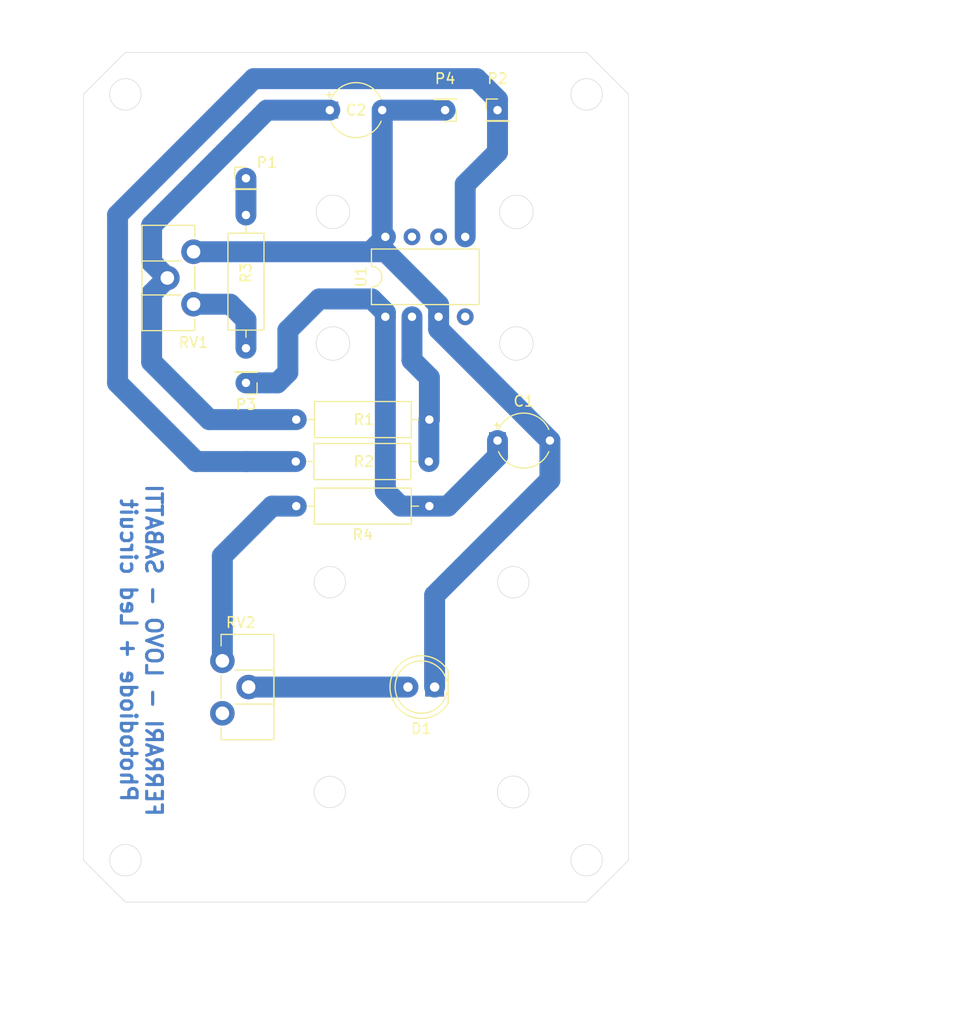
<source format=kicad_pcb>
(kicad_pcb (version 20171130) (host pcbnew "(5.1.7)-1")

  (general
    (thickness 1.6)
    (drawings 68)
    (tracks 58)
    (zones 0)
    (modules 14)
    (nets 12)
  )

  (page A4)
  (title_block
    (title "Led PCB")
    (date 2020-10-25)
    (rev 0)
    (company "Marco Ferrari")
  )

  (layers
    (0 F.Cu signal)
    (31 B.Cu signal)
    (32 B.Adhes user)
    (33 F.Adhes user)
    (34 B.Paste user)
    (35 F.Paste user)
    (36 B.SilkS user)
    (37 F.SilkS user)
    (38 B.Mask user)
    (39 F.Mask user)
    (40 Dwgs.User user)
    (41 Cmts.User user)
    (42 Eco1.User user)
    (43 Eco2.User user)
    (44 Edge.Cuts user)
    (45 Margin user)
    (46 B.CrtYd user)
    (47 F.CrtYd user)
    (48 B.Fab user)
    (49 F.Fab user)
  )

  (setup
    (last_trace_width 0.25)
    (user_trace_width 2)
    (user_trace_width 2)
    (trace_clearance 0.2)
    (zone_clearance 0.508)
    (zone_45_only no)
    (trace_min 0.2)
    (via_size 0.8)
    (via_drill 0.4)
    (via_min_size 0.4)
    (via_min_drill 0.3)
    (user_via 2 1)
    (user_via 2 1.2)
    (uvia_size 0.3)
    (uvia_drill 0.1)
    (uvias_allowed no)
    (uvia_min_size 0.2)
    (uvia_min_drill 0.1)
    (edge_width 0.05)
    (segment_width 0.2)
    (pcb_text_width 0.3)
    (pcb_text_size 1.5 1.5)
    (mod_edge_width 0.12)
    (mod_text_size 1 1)
    (mod_text_width 0.15)
    (pad_size 1.524 1.524)
    (pad_drill 0.762)
    (pad_to_mask_clearance 0)
    (aux_axis_origin 0 0)
    (visible_elements 7FFFFFFF)
    (pcbplotparams
      (layerselection 0x01000_fffffffe)
      (usegerberextensions false)
      (usegerberattributes false)
      (usegerberadvancedattributes false)
      (creategerberjobfile false)
      (excludeedgelayer true)
      (linewidth 0.100000)
      (plotframeref false)
      (viasonmask false)
      (mode 1)
      (useauxorigin false)
      (hpglpennumber 1)
      (hpglpenspeed 20)
      (hpglpendiameter 15.000000)
      (psnegative false)
      (psa4output false)
      (plotreference false)
      (plotvalue false)
      (plotinvisibletext false)
      (padsonsilk false)
      (subtractmaskfromsilk false)
      (outputformat 1)
      (mirror false)
      (drillshape 0)
      (scaleselection 1)
      (outputdirectory "../../../../../../Desktop/Gerbers/"))
  )

  (net 0 "")
  (net 1 "Net-(C1-Pad1)")
  (net 2 "Net-(C1-Pad2)")
  (net 3 "Net-(C2-Pad1)")
  (net 4 "Net-(D1-Pad2)")
  (net 5 "Net-(P1-Pad1)")
  (net 6 "Net-(P2-Pad1)")
  (net 7 "Net-(R1-Pad1)")
  (net 8 "Net-(R3-Pad2)")
  (net 9 "Net-(R4-Pad2)")
  (net 10 "Net-(RV2-Pad3)")
  (net 11 "Net-(U1-Pad4)")

  (net_class Default "This is the default net class."
    (clearance 0.2)
    (trace_width 0.25)
    (via_dia 0.8)
    (via_drill 0.4)
    (uvia_dia 0.3)
    (uvia_drill 0.1)
    (add_net "Net-(C1-Pad1)")
    (add_net "Net-(C1-Pad2)")
    (add_net "Net-(C2-Pad1)")
    (add_net "Net-(D1-Pad2)")
    (add_net "Net-(P1-Pad1)")
    (add_net "Net-(P2-Pad1)")
    (add_net "Net-(R1-Pad1)")
    (add_net "Net-(R3-Pad2)")
    (add_net "Net-(R4-Pad2)")
    (add_net "Net-(RV2-Pad3)")
    (add_net "Net-(U1-Pad4)")
  )

  (module Resistor_THT:R_Axial_DIN0309_L9.0mm_D3.2mm_P12.70mm_Horizontal (layer F.Cu) (tedit 5AE5139B) (tstamp 5F95F34D)
    (at 115 111.25 180)
    (descr "Resistor, Axial_DIN0309 series, Axial, Horizontal, pin pitch=12.7mm, 0.5W = 1/2W, length*diameter=9*3.2mm^2, http://cdn-reichelt.de/documents/datenblatt/B400/1_4W%23YAG.pdf")
    (tags "Resistor Axial_DIN0309 series Axial Horizontal pin pitch 12.7mm 0.5W = 1/2W length 9mm diameter 3.2mm")
    (path /5F95BC37)
    (fp_text reference R4 (at 6.35 -2.72) (layer F.SilkS)
      (effects (font (size 1 1) (thickness 0.15)))
    )
    (fp_text value R (at 6.35 2.72) (layer F.Fab)
      (effects (font (size 1 1) (thickness 0.15)))
    )
    (fp_line (start 13.75 -1.85) (end -1.05 -1.85) (layer F.CrtYd) (width 0.05))
    (fp_line (start 13.75 1.85) (end 13.75 -1.85) (layer F.CrtYd) (width 0.05))
    (fp_line (start -1.05 1.85) (end 13.75 1.85) (layer F.CrtYd) (width 0.05))
    (fp_line (start -1.05 -1.85) (end -1.05 1.85) (layer F.CrtYd) (width 0.05))
    (fp_line (start 11.66 0) (end 10.97 0) (layer F.SilkS) (width 0.12))
    (fp_line (start 1.04 0) (end 1.73 0) (layer F.SilkS) (width 0.12))
    (fp_line (start 10.97 -1.72) (end 1.73 -1.72) (layer F.SilkS) (width 0.12))
    (fp_line (start 10.97 1.72) (end 10.97 -1.72) (layer F.SilkS) (width 0.12))
    (fp_line (start 1.73 1.72) (end 10.97 1.72) (layer F.SilkS) (width 0.12))
    (fp_line (start 1.73 -1.72) (end 1.73 1.72) (layer F.SilkS) (width 0.12))
    (fp_line (start 12.7 0) (end 10.85 0) (layer F.Fab) (width 0.1))
    (fp_line (start 0 0) (end 1.85 0) (layer F.Fab) (width 0.1))
    (fp_line (start 10.85 -1.6) (end 1.85 -1.6) (layer F.Fab) (width 0.1))
    (fp_line (start 10.85 1.6) (end 10.85 -1.6) (layer F.Fab) (width 0.1))
    (fp_line (start 1.85 1.6) (end 10.85 1.6) (layer F.Fab) (width 0.1))
    (fp_line (start 1.85 -1.6) (end 1.85 1.6) (layer F.Fab) (width 0.1))
    (fp_text user %R (at 6.35 0) (layer F.Fab)
      (effects (font (size 1 1) (thickness 0.15)))
    )
    (pad 1 thru_hole circle (at 0 0 180) (size 1.6 1.6) (drill 0.8) (layers *.Cu *.Mask)
      (net 1 "Net-(C1-Pad1)"))
    (pad 2 thru_hole oval (at 12.7 0 180) (size 1.6 1.6) (drill 0.8) (layers *.Cu *.Mask)
      (net 9 "Net-(R4-Pad2)"))
    (model ${KISYS3DMOD}/Resistor_THT.3dshapes/R_Axial_DIN0309_L9.0mm_D3.2mm_P12.70mm_Horizontal.wrl
      (at (xyz 0 0 0))
      (scale (xyz 1 1 1))
      (rotate (xyz 0 0 0))
    )
  )

  (module LED_THT:LED_D5.0mm (layer F.Cu) (tedit 5995936A) (tstamp 5F95A364)
    (at 115.5 128.5 180)
    (descr "LED, diameter 5.0mm, 2 pins, http://cdn-reichelt.de/documents/datenblatt/A500/LL-504BC2E-009.pdf")
    (tags "LED diameter 5.0mm 2 pins")
    (path /5F958B4C)
    (fp_text reference D1 (at 1.27 -3.96) (layer F.SilkS)
      (effects (font (size 1 1) (thickness 0.15)))
    )
    (fp_text value LED (at 1.27 3.96) (layer F.Fab)
      (effects (font (size 1 1) (thickness 0.15)))
    )
    (fp_line (start 4.5 -3.25) (end -1.95 -3.25) (layer F.CrtYd) (width 0.05))
    (fp_line (start 4.5 3.25) (end 4.5 -3.25) (layer F.CrtYd) (width 0.05))
    (fp_line (start -1.95 3.25) (end 4.5 3.25) (layer F.CrtYd) (width 0.05))
    (fp_line (start -1.95 -3.25) (end -1.95 3.25) (layer F.CrtYd) (width 0.05))
    (fp_line (start -1.29 -1.545) (end -1.29 1.545) (layer F.SilkS) (width 0.12))
    (fp_line (start -1.23 -1.469694) (end -1.23 1.469694) (layer F.Fab) (width 0.1))
    (fp_circle (center 1.27 0) (end 3.77 0) (layer F.SilkS) (width 0.12))
    (fp_circle (center 1.27 0) (end 3.77 0) (layer F.Fab) (width 0.1))
    (fp_arc (start 1.27 0) (end -1.23 -1.469694) (angle 299.1) (layer F.Fab) (width 0.1))
    (fp_arc (start 1.27 0) (end -1.29 -1.54483) (angle 148.9) (layer F.SilkS) (width 0.12))
    (fp_arc (start 1.27 0) (end -1.29 1.54483) (angle -148.9) (layer F.SilkS) (width 0.12))
    (fp_text user %R (at 1.25 0) (layer F.Fab)
      (effects (font (size 0.8 0.8) (thickness 0.2)))
    )
    (pad 1 thru_hole rect (at 0 0 180) (size 1.8 1.8) (drill 0.9) (layers *.Cu *.Mask)
      (net 2 "Net-(C1-Pad2)"))
    (pad 2 thru_hole circle (at 2.54 0 180) (size 1.8 1.8) (drill 0.9) (layers *.Cu *.Mask)
      (net 4 "Net-(D1-Pad2)"))
    (model ${KISYS3DMOD}/LED_THT.3dshapes/LED_D5.0mm.wrl
      (at (xyz 0 0 0))
      (scale (xyz 1 1 1))
      (rotate (xyz 0 0 0))
    )
  )

  (module Potentiometer_THT:Potentiometer_ACP_CA9-H2,5_Horizontal (layer F.Cu) (tedit 5A3D4994) (tstamp 5F95A2E6)
    (at 95.25 126)
    (descr "Potentiometer, horizontal, ACP CA9-H2,5, http://www.acptechnologies.com/wp-content/uploads/2017/05/02-ACP-CA9-CE9.pdf")
    (tags "Potentiometer horizontal ACP CA9-H2,5")
    (path /5F95B246)
    (fp_text reference RV2 (at 1.75 -3.65) (layer F.SilkS)
      (effects (font (size 1 1) (thickness 0.15)))
    )
    (fp_text value POT (at 0 8.65) (layer F.Fab)
      (effects (font (size 1 1) (thickness 0.15)))
    )
    (fp_line (start 5.05 -2.7) (end -1.45 -2.7) (layer F.CrtYd) (width 0.05))
    (fp_line (start 5.05 7.65) (end 5.05 -2.7) (layer F.CrtYd) (width 0.05))
    (fp_line (start -1.45 7.65) (end 5.05 7.65) (layer F.CrtYd) (width 0.05))
    (fp_line (start -1.45 -2.7) (end -1.45 7.65) (layer F.CrtYd) (width 0.05))
    (fp_line (start 4.92 0.88) (end 4.92 4.12) (layer F.SilkS) (width 0.12))
    (fp_line (start -0.121 1.426) (end -0.121 3.575) (layer F.SilkS) (width 0.12))
    (fp_line (start 1.237 4.12) (end 4.92 4.12) (layer F.SilkS) (width 0.12))
    (fp_line (start 1.237 0.88) (end 4.92 0.88) (layer F.SilkS) (width 0.12))
    (fp_line (start -0.121 1.426) (end -0.121 3.575) (layer F.SilkS) (width 0.12))
    (fp_line (start -0.121 -2.521) (end -0.121 -1.426) (layer F.SilkS) (width 0.12))
    (fp_line (start -0.121 6.425) (end -0.121 7.52) (layer F.SilkS) (width 0.12))
    (fp_line (start 4.92 -2.521) (end 4.92 7.52) (layer F.SilkS) (width 0.12))
    (fp_line (start -0.121 7.52) (end 4.92 7.52) (layer F.SilkS) (width 0.12))
    (fp_line (start -0.121 -2.521) (end 4.92 -2.521) (layer F.SilkS) (width 0.12))
    (fp_line (start 4.8 1) (end 0 1) (layer F.Fab) (width 0.1))
    (fp_line (start 4.8 4) (end 4.8 1) (layer F.Fab) (width 0.1))
    (fp_line (start 0 4) (end 4.8 4) (layer F.Fab) (width 0.1))
    (fp_line (start 0 1) (end 0 4) (layer F.Fab) (width 0.1))
    (fp_line (start 0 -2.4) (end 4.8 -2.4) (layer F.Fab) (width 0.1))
    (fp_line (start 0 7.4) (end 0 -2.4) (layer F.Fab) (width 0.1))
    (fp_line (start 4.8 7.4) (end 0 7.4) (layer F.Fab) (width 0.1))
    (fp_line (start 4.8 -2.4) (end 4.8 7.4) (layer F.Fab) (width 0.1))
    (fp_text user %R (at 2.4 2.5) (layer F.Fab)
      (effects (font (size 1 1) (thickness 0.15)))
    )
    (pad 3 thru_hole circle (at 0 5) (size 2.34 2.34) (drill 1.3) (layers *.Cu *.Mask)
      (net 10 "Net-(RV2-Pad3)"))
    (pad 2 thru_hole circle (at 2.5 2.5) (size 2.34 2.34) (drill 1.3) (layers *.Cu *.Mask)
      (net 4 "Net-(D1-Pad2)"))
    (pad 1 thru_hole circle (at 0 0) (size 2.34 2.34) (drill 1.3) (layers *.Cu *.Mask)
      (net 9 "Net-(R4-Pad2)"))
    (model ${KISYS3DMOD}/Potentiometer_THT.3dshapes/Potentiometer_ACP_CA9-H2,5_Horizontal.wrl
      (at (xyz 0 0 0))
      (scale (xyz 1 1 1))
      (rotate (xyz 0 0 0))
    )
  )

  (module Capacitor_THT:CP_Radial_Tantal_D5.0mm_P5.00mm (layer F.Cu) (tedit 5AE50EF0) (tstamp 5F95A3DD)
    (at 121.5 105)
    (descr "CP, Radial_Tantal series, Radial, pin pitch=5.00mm, , diameter=5.0mm, Tantal Electrolytic Capacitor, http://cdn-reichelt.de/documents/datenblatt/B300/TANTAL-TB-Serie%23.pdf")
    (tags "CP Radial_Tantal series Radial pin pitch 5.00mm  diameter 5.0mm Tantal Electrolytic Capacitor")
    (path /5F90F8DA)
    (fp_text reference C1 (at 2.5 -3.75) (layer F.SilkS)
      (effects (font (size 1 1) (thickness 0.15)))
    )
    (fp_text value C (at 2.5 3.75) (layer F.Fab)
      (effects (font (size 1 1) (thickness 0.15)))
    )
    (fp_circle (center 2.5 0) (end 5 0) (layer F.Fab) (width 0.1))
    (fp_circle (center 2.5 0) (end 6.22 0) (layer F.CrtYd) (width 0.05))
    (fp_line (start 0.366395 -1.0875) (end 0.866395 -1.0875) (layer F.Fab) (width 0.1))
    (fp_line (start 0.616395 -1.3375) (end 0.616395 -0.8375) (layer F.Fab) (width 0.1))
    (fp_line (start -0.304775 -1.475) (end 0.195225 -1.475) (layer F.SilkS) (width 0.12))
    (fp_line (start -0.054775 -1.725) (end -0.054775 -1.225) (layer F.SilkS) (width 0.12))
    (fp_text user %R (at 2.5 0) (layer F.Fab)
      (effects (font (size 1 1) (thickness 0.15)))
    )
    (fp_arc (start 2.5 0) (end 0.104003 1.06) (angle -132.27036) (layer F.SilkS) (width 0.12))
    (fp_arc (start 2.5 0) (end 0.104003 -1.06) (angle 132.27036) (layer F.SilkS) (width 0.12))
    (pad 2 thru_hole circle (at 5 0) (size 1.6 1.6) (drill 0.8) (layers *.Cu *.Mask)
      (net 2 "Net-(C1-Pad2)"))
    (pad 1 thru_hole rect (at 0 0) (size 1.6 1.6) (drill 0.8) (layers *.Cu *.Mask)
      (net 1 "Net-(C1-Pad1)"))
    (model ${KISYS3DMOD}/Capacitor_THT.3dshapes/CP_Radial_Tantal_D5.0mm_P5.00mm.wrl
      (at (xyz 0 0 0))
      (scale (xyz 1 1 1))
      (rotate (xyz 0 0 0))
    )
  )

  (module Capacitor_THT:CP_Radial_Tantal_D5.0mm_P5.00mm (layer F.Cu) (tedit 5AE50EF0) (tstamp 5F92BE0C)
    (at 105.5 73.5)
    (descr "CP, Radial_Tantal series, Radial, pin pitch=5.00mm, , diameter=5.0mm, Tantal Electrolytic Capacitor, http://cdn-reichelt.de/documents/datenblatt/B300/TANTAL-TB-Serie%23.pdf")
    (tags "CP Radial_Tantal series Radial pin pitch 5.00mm  diameter 5.0mm Tantal Electrolytic Capacitor")
    (path /5F90C052)
    (fp_text reference C2 (at 2.5 0) (layer F.SilkS)
      (effects (font (size 1 1) (thickness 0.15)))
    )
    (fp_text value C (at 2.5 3.75) (layer F.Fab)
      (effects (font (size 1 1) (thickness 0.15)))
    )
    (fp_line (start -0.054775 -1.725) (end -0.054775 -1.225) (layer F.SilkS) (width 0.12))
    (fp_line (start -0.304775 -1.475) (end 0.195225 -1.475) (layer F.SilkS) (width 0.12))
    (fp_line (start 0.616395 -1.3375) (end 0.616395 -0.8375) (layer F.Fab) (width 0.1))
    (fp_line (start 0.366395 -1.0875) (end 0.866395 -1.0875) (layer F.Fab) (width 0.1))
    (fp_circle (center 2.5 0) (end 6.22 0) (layer F.CrtYd) (width 0.05))
    (fp_circle (center 2.5 0) (end 5 0) (layer F.Fab) (width 0.1))
    (fp_arc (start 2.5 0) (end 0.104003 -1.06) (angle 132.27036) (layer F.SilkS) (width 0.12))
    (fp_arc (start 2.5 0) (end 0.104003 1.06) (angle -132.27036) (layer F.SilkS) (width 0.12))
    (fp_text user %R (at 2.5 0) (layer F.Fab)
      (effects (font (size 1 1) (thickness 0.15)))
    )
    (pad 1 thru_hole rect (at 0 0) (size 1.6 1.6) (drill 0.8) (layers *.Cu *.Mask)
      (net 3 "Net-(C2-Pad1)"))
    (pad 2 thru_hole circle (at 5 0) (size 1.6 1.6) (drill 0.8) (layers *.Cu *.Mask)
      (net 2 "Net-(C1-Pad2)"))
    (model ${KISYS3DMOD}/Capacitor_THT.3dshapes/CP_Radial_Tantal_D5.0mm_P5.00mm.wrl
      (at (xyz 0 0 0))
      (scale (xyz 1 1 1))
      (rotate (xyz 0 0 0))
    )
  )

  (module Connector_PinHeader_2.00mm:PinHeader_1x01_P2.00mm_Vertical (layer F.Cu) (tedit 59FED667) (tstamp 5F909A98)
    (at 97.5 80)
    (descr "Through hole straight pin header, 1x01, 2.00mm pitch, single row")
    (tags "Through hole pin header THT 1x01 2.00mm single row")
    (path /5F91C6B0)
    (fp_text reference P1 (at 2 -1.5) (layer F.SilkS)
      (effects (font (size 1 1) (thickness 0.15)))
    )
    (fp_text value Input (at 0 2.06) (layer F.Fab)
      (effects (font (size 1 1) (thickness 0.15)))
    )
    (fp_line (start 1.5 -1.5) (end -1.5 -1.5) (layer F.CrtYd) (width 0.05))
    (fp_line (start 1.5 1.5) (end 1.5 -1.5) (layer F.CrtYd) (width 0.05))
    (fp_line (start -1.5 1.5) (end 1.5 1.5) (layer F.CrtYd) (width 0.05))
    (fp_line (start -1.5 -1.5) (end -1.5 1.5) (layer F.CrtYd) (width 0.05))
    (fp_line (start -1.06 -1.06) (end 0 -1.06) (layer F.SilkS) (width 0.12))
    (fp_line (start -1.06 0) (end -1.06 -1.06) (layer F.SilkS) (width 0.12))
    (fp_line (start -1.06 1) (end 1.06 1) (layer F.SilkS) (width 0.12))
    (fp_line (start 1.06 1) (end 1.06 1.06) (layer F.SilkS) (width 0.12))
    (fp_line (start -1.06 1) (end -1.06 1.06) (layer F.SilkS) (width 0.12))
    (fp_line (start -1.06 1.06) (end 1.06 1.06) (layer F.SilkS) (width 0.12))
    (fp_line (start -1 -0.5) (end -0.5 -1) (layer F.Fab) (width 0.1))
    (fp_line (start -1 1) (end -1 -0.5) (layer F.Fab) (width 0.1))
    (fp_line (start 1 1) (end -1 1) (layer F.Fab) (width 0.1))
    (fp_line (start 1 -1) (end 1 1) (layer F.Fab) (width 0.1))
    (fp_line (start -0.5 -1) (end 1 -1) (layer F.Fab) (width 0.1))
    (fp_text user %R (at 0 0 90) (layer F.Fab)
      (effects (font (size 1 1) (thickness 0.15)))
    )
    (pad 1 thru_hole rect (at 0 0) (size 1.35 1.35) (drill 0.8) (layers *.Cu *.Mask)
      (net 5 "Net-(P1-Pad1)"))
    (model ${KISYS3DMOD}/Connector_PinHeader_2.00mm.3dshapes/PinHeader_1x01_P2.00mm_Vertical.wrl
      (at (xyz 0 0 0))
      (scale (xyz 1 1 1))
      (rotate (xyz 0 0 0))
    )
  )

  (module Connector_PinHeader_2.00mm:PinHeader_1x01_P2.00mm_Vertical (layer F.Cu) (tedit 59FED667) (tstamp 5F9098D3)
    (at 121.5 73.5)
    (descr "Through hole straight pin header, 1x01, 2.00mm pitch, single row")
    (tags "Through hole pin header THT 1x01 2.00mm single row")
    (path /5F91B98A)
    (fp_text reference P2 (at 0 -3) (layer F.SilkS)
      (effects (font (size 1 1) (thickness 0.15)))
    )
    (fp_text value Output (at 0 2.06) (layer F.Fab)
      (effects (font (size 1 1) (thickness 0.15)))
    )
    (fp_line (start -0.5 -1) (end 1 -1) (layer F.Fab) (width 0.1))
    (fp_line (start 1 -1) (end 1 1) (layer F.Fab) (width 0.1))
    (fp_line (start 1 1) (end -1 1) (layer F.Fab) (width 0.1))
    (fp_line (start -1 1) (end -1 -0.5) (layer F.Fab) (width 0.1))
    (fp_line (start -1 -0.5) (end -0.5 -1) (layer F.Fab) (width 0.1))
    (fp_line (start -1.06 1.06) (end 1.06 1.06) (layer F.SilkS) (width 0.12))
    (fp_line (start -1.06 1) (end -1.06 1.06) (layer F.SilkS) (width 0.12))
    (fp_line (start 1.06 1) (end 1.06 1.06) (layer F.SilkS) (width 0.12))
    (fp_line (start -1.06 1) (end 1.06 1) (layer F.SilkS) (width 0.12))
    (fp_line (start -1.06 0) (end -1.06 -1.06) (layer F.SilkS) (width 0.12))
    (fp_line (start -1.06 -1.06) (end 0 -1.06) (layer F.SilkS) (width 0.12))
    (fp_line (start -1.5 -1.5) (end -1.5 1.5) (layer F.CrtYd) (width 0.05))
    (fp_line (start -1.5 1.5) (end 1.5 1.5) (layer F.CrtYd) (width 0.05))
    (fp_line (start 1.5 1.5) (end 1.5 -1.5) (layer F.CrtYd) (width 0.05))
    (fp_line (start 1.5 -1.5) (end -1.5 -1.5) (layer F.CrtYd) (width 0.05))
    (fp_text user %R (at 0 0 90) (layer F.Fab)
      (effects (font (size 1 1) (thickness 0.15)))
    )
    (pad 1 thru_hole rect (at 0 0) (size 1.35 1.35) (drill 0.8) (layers *.Cu *.Mask)
      (net 6 "Net-(P2-Pad1)"))
    (model ${KISYS3DMOD}/Connector_PinHeader_2.00mm.3dshapes/PinHeader_1x01_P2.00mm_Vertical.wrl
      (at (xyz 0 0 0))
      (scale (xyz 1 1 1))
      (rotate (xyz 0 0 0))
    )
  )

  (module Resistor_THT:R_Axial_DIN0309_L9.0mm_D3.2mm_P12.70mm_Horizontal (layer F.Cu) (tedit 5AE5139B) (tstamp 5F9097AC)
    (at 115 103 180)
    (descr "Resistor, Axial_DIN0309 series, Axial, Horizontal, pin pitch=12.7mm, 0.5W = 1/2W, length*diameter=9*3.2mm^2, http://cdn-reichelt.de/documents/datenblatt/B400/1_4W%23YAG.pdf")
    (tags "Resistor Axial_DIN0309 series Axial Horizontal pin pitch 12.7mm 0.5W = 1/2W length 9mm diameter 3.2mm")
    (path /5F91841A)
    (fp_text reference R1 (at 6.25 0) (layer F.SilkS)
      (effects (font (size 1 1) (thickness 0.15)))
    )
    (fp_text value R (at 6.35 2.72) (layer F.Fab)
      (effects (font (size 1 1) (thickness 0.15)))
    )
    (fp_line (start 13.75 -1.85) (end -1.05 -1.85) (layer F.CrtYd) (width 0.05))
    (fp_line (start 13.75 1.85) (end 13.75 -1.85) (layer F.CrtYd) (width 0.05))
    (fp_line (start -1.05 1.85) (end 13.75 1.85) (layer F.CrtYd) (width 0.05))
    (fp_line (start -1.05 -1.85) (end -1.05 1.85) (layer F.CrtYd) (width 0.05))
    (fp_line (start 11.66 0) (end 10.97 0) (layer F.SilkS) (width 0.12))
    (fp_line (start 1.04 0) (end 1.73 0) (layer F.SilkS) (width 0.12))
    (fp_line (start 10.97 -1.72) (end 1.73 -1.72) (layer F.SilkS) (width 0.12))
    (fp_line (start 10.97 1.72) (end 10.97 -1.72) (layer F.SilkS) (width 0.12))
    (fp_line (start 1.73 1.72) (end 10.97 1.72) (layer F.SilkS) (width 0.12))
    (fp_line (start 1.73 -1.72) (end 1.73 1.72) (layer F.SilkS) (width 0.12))
    (fp_line (start 12.7 0) (end 10.85 0) (layer F.Fab) (width 0.1))
    (fp_line (start 0 0) (end 1.85 0) (layer F.Fab) (width 0.1))
    (fp_line (start 10.85 -1.6) (end 1.85 -1.6) (layer F.Fab) (width 0.1))
    (fp_line (start 10.85 1.6) (end 10.85 -1.6) (layer F.Fab) (width 0.1))
    (fp_line (start 1.85 1.6) (end 10.85 1.6) (layer F.Fab) (width 0.1))
    (fp_line (start 1.85 -1.6) (end 1.85 1.6) (layer F.Fab) (width 0.1))
    (fp_text user %R (at 6.35 0) (layer F.Fab)
      (effects (font (size 1 1) (thickness 0.15)))
    )
    (pad 1 thru_hole circle (at 0 0 180) (size 1.6 1.6) (drill 0.8) (layers *.Cu *.Mask)
      (net 7 "Net-(R1-Pad1)"))
    (pad 2 thru_hole oval (at 12.7 0 180) (size 1.6 1.6) (drill 0.8) (layers *.Cu *.Mask)
      (net 3 "Net-(C2-Pad1)"))
    (model ${KISYS3DMOD}/Resistor_THT.3dshapes/R_Axial_DIN0309_L9.0mm_D3.2mm_P12.70mm_Horizontal.wrl
      (at (xyz 0 0 0))
      (scale (xyz 1 1 1))
      (rotate (xyz 0 0 0))
    )
  )

  (module Resistor_THT:R_Axial_DIN0309_L9.0mm_D3.2mm_P12.70mm_Horizontal (layer F.Cu) (tedit 5AE5139B) (tstamp 5F92B772)
    (at 97.5 83.5 270)
    (descr "Resistor, Axial_DIN0309 series, Axial, Horizontal, pin pitch=12.7mm, 0.5W = 1/2W, length*diameter=9*3.2mm^2, http://cdn-reichelt.de/documents/datenblatt/B400/1_4W%23YAG.pdf")
    (tags "Resistor Axial_DIN0309 series Axial Horizontal pin pitch 12.7mm 0.5W = 1/2W length 9mm diameter 3.2mm")
    (path /5F919A9F)
    (fp_text reference R3 (at 5.5 0 90) (layer F.SilkS)
      (effects (font (size 1 1) (thickness 0.15)))
    )
    (fp_text value R (at 6.35 2.72 90) (layer F.Fab)
      (effects (font (size 1 1) (thickness 0.15)))
    )
    (fp_line (start 1.85 -1.6) (end 1.85 1.6) (layer F.Fab) (width 0.1))
    (fp_line (start 1.85 1.6) (end 10.85 1.6) (layer F.Fab) (width 0.1))
    (fp_line (start 10.85 1.6) (end 10.85 -1.6) (layer F.Fab) (width 0.1))
    (fp_line (start 10.85 -1.6) (end 1.85 -1.6) (layer F.Fab) (width 0.1))
    (fp_line (start 0 0) (end 1.85 0) (layer F.Fab) (width 0.1))
    (fp_line (start 12.7 0) (end 10.85 0) (layer F.Fab) (width 0.1))
    (fp_line (start 1.73 -1.72) (end 1.73 1.72) (layer F.SilkS) (width 0.12))
    (fp_line (start 1.73 1.72) (end 10.97 1.72) (layer F.SilkS) (width 0.12))
    (fp_line (start 10.97 1.72) (end 10.97 -1.72) (layer F.SilkS) (width 0.12))
    (fp_line (start 10.97 -1.72) (end 1.73 -1.72) (layer F.SilkS) (width 0.12))
    (fp_line (start 1.04 0) (end 1.73 0) (layer F.SilkS) (width 0.12))
    (fp_line (start 11.66 0) (end 10.97 0) (layer F.SilkS) (width 0.12))
    (fp_line (start -1.05 -1.85) (end -1.05 1.85) (layer F.CrtYd) (width 0.05))
    (fp_line (start -1.05 1.85) (end 13.75 1.85) (layer F.CrtYd) (width 0.05))
    (fp_line (start 13.75 1.85) (end 13.75 -1.85) (layer F.CrtYd) (width 0.05))
    (fp_line (start 13.75 -1.85) (end -1.05 -1.85) (layer F.CrtYd) (width 0.05))
    (fp_text user %R (at 6.35 0 90) (layer F.Fab)
      (effects (font (size 1 1) (thickness 0.15)))
    )
    (pad 2 thru_hole oval (at 12.7 0 270) (size 1.6 1.6) (drill 0.8) (layers *.Cu *.Mask)
      (net 8 "Net-(R3-Pad2)"))
    (pad 1 thru_hole circle (at 0 0 270) (size 1.6 1.6) (drill 0.8) (layers *.Cu *.Mask)
      (net 5 "Net-(P1-Pad1)"))
    (model ${KISYS3DMOD}/Resistor_THT.3dshapes/R_Axial_DIN0309_L9.0mm_D3.2mm_P12.70mm_Horizontal.wrl
      (at (xyz 0 0 0))
      (scale (xyz 1 1 1))
      (rotate (xyz 0 0 0))
    )
  )

  (module Potentiometer_THT:Potentiometer_ACP_CA9-H2,5_Horizontal (layer F.Cu) (tedit 5A3D4994) (tstamp 5F9092BC)
    (at 92.5 92 180)
    (descr "Potentiometer, horizontal, ACP CA9-H2,5, http://www.acptechnologies.com/wp-content/uploads/2017/05/02-ACP-CA9-CE9.pdf")
    (tags "Potentiometer horizontal ACP CA9-H2,5")
    (path /5F90E3EA)
    (fp_text reference RV1 (at 0 -3.65) (layer F.SilkS)
      (effects (font (size 1 1) (thickness 0.15)))
    )
    (fp_text value POT (at 0 8.65) (layer F.Fab)
      (effects (font (size 1 1) (thickness 0.15)))
    )
    (fp_line (start 4.8 -2.4) (end 4.8 7.4) (layer F.Fab) (width 0.1))
    (fp_line (start 4.8 7.4) (end 0 7.4) (layer F.Fab) (width 0.1))
    (fp_line (start 0 7.4) (end 0 -2.4) (layer F.Fab) (width 0.1))
    (fp_line (start 0 -2.4) (end 4.8 -2.4) (layer F.Fab) (width 0.1))
    (fp_line (start 0 1) (end 0 4) (layer F.Fab) (width 0.1))
    (fp_line (start 0 4) (end 4.8 4) (layer F.Fab) (width 0.1))
    (fp_line (start 4.8 4) (end 4.8 1) (layer F.Fab) (width 0.1))
    (fp_line (start 4.8 1) (end 0 1) (layer F.Fab) (width 0.1))
    (fp_line (start -0.121 -2.521) (end 4.92 -2.521) (layer F.SilkS) (width 0.12))
    (fp_line (start -0.121 7.52) (end 4.92 7.52) (layer F.SilkS) (width 0.12))
    (fp_line (start 4.92 -2.521) (end 4.92 7.52) (layer F.SilkS) (width 0.12))
    (fp_line (start -0.121 6.425) (end -0.121 7.52) (layer F.SilkS) (width 0.12))
    (fp_line (start -0.121 -2.521) (end -0.121 -1.426) (layer F.SilkS) (width 0.12))
    (fp_line (start -0.121 1.426) (end -0.121 3.575) (layer F.SilkS) (width 0.12))
    (fp_line (start 1.237 0.88) (end 4.92 0.88) (layer F.SilkS) (width 0.12))
    (fp_line (start 1.237 4.12) (end 4.92 4.12) (layer F.SilkS) (width 0.12))
    (fp_line (start -0.121 1.426) (end -0.121 3.575) (layer F.SilkS) (width 0.12))
    (fp_line (start 4.92 0.88) (end 4.92 4.12) (layer F.SilkS) (width 0.12))
    (fp_line (start -1.45 -2.7) (end -1.45 7.65) (layer F.CrtYd) (width 0.05))
    (fp_line (start -1.45 7.65) (end 5.05 7.65) (layer F.CrtYd) (width 0.05))
    (fp_line (start 5.05 7.65) (end 5.05 -2.7) (layer F.CrtYd) (width 0.05))
    (fp_line (start 5.05 -2.7) (end -1.45 -2.7) (layer F.CrtYd) (width 0.05))
    (fp_text user %R (at 2.4 2.5) (layer F.Fab)
      (effects (font (size 1 1) (thickness 0.15)))
    )
    (pad 1 thru_hole circle (at 0 0 180) (size 2.34 2.34) (drill 1.3) (layers *.Cu *.Mask)
      (net 8 "Net-(R3-Pad2)"))
    (pad 2 thru_hole circle (at 2.5 2.5 180) (size 2.34 2.34) (drill 1.3) (layers *.Cu *.Mask)
      (net 3 "Net-(C2-Pad1)"))
    (pad 3 thru_hole circle (at 0 5 180) (size 2.34 2.34) (drill 1.3) (layers *.Cu *.Mask)
      (net 2 "Net-(C1-Pad2)"))
    (model ${KISYS3DMOD}/Potentiometer_THT.3dshapes/Potentiometer_ACP_CA9-H2,5_Horizontal.wrl
      (at (xyz 0 0 0))
      (scale (xyz 1 1 1))
      (rotate (xyz 0 0 0))
    )
  )

  (module Package_DIP:DIP-8_W7.62mm (layer F.Cu) (tedit 5A02E8C5) (tstamp 5F92B18F)
    (at 110.8 93.2 90)
    (descr "8-lead though-hole mounted DIP package, row spacing 7.62 mm (300 mils)")
    (tags "THT DIP DIL PDIP 2.54mm 7.62mm 300mil")
    (path /5F904786)
    (fp_text reference U1 (at 3.81 -2.33 90) (layer F.SilkS)
      (effects (font (size 1 1) (thickness 0.15)))
    )
    (fp_text value OPT101 (at 3.81 9.95 90) (layer F.Fab)
      (effects (font (size 1 1) (thickness 0.15)))
    )
    (fp_line (start 8.7 -1.55) (end -1.1 -1.55) (layer F.CrtYd) (width 0.05))
    (fp_line (start 8.7 9.15) (end 8.7 -1.55) (layer F.CrtYd) (width 0.05))
    (fp_line (start -1.1 9.15) (end 8.7 9.15) (layer F.CrtYd) (width 0.05))
    (fp_line (start -1.1 -1.55) (end -1.1 9.15) (layer F.CrtYd) (width 0.05))
    (fp_line (start 6.46 -1.33) (end 4.81 -1.33) (layer F.SilkS) (width 0.12))
    (fp_line (start 6.46 8.95) (end 6.46 -1.33) (layer F.SilkS) (width 0.12))
    (fp_line (start 1.16 8.95) (end 6.46 8.95) (layer F.SilkS) (width 0.12))
    (fp_line (start 1.16 -1.33) (end 1.16 8.95) (layer F.SilkS) (width 0.12))
    (fp_line (start 2.81 -1.33) (end 1.16 -1.33) (layer F.SilkS) (width 0.12))
    (fp_line (start 0.635 -0.27) (end 1.635 -1.27) (layer F.Fab) (width 0.1))
    (fp_line (start 0.635 8.89) (end 0.635 -0.27) (layer F.Fab) (width 0.1))
    (fp_line (start 6.985 8.89) (end 0.635 8.89) (layer F.Fab) (width 0.1))
    (fp_line (start 6.985 -1.27) (end 6.985 8.89) (layer F.Fab) (width 0.1))
    (fp_line (start 1.635 -1.27) (end 6.985 -1.27) (layer F.Fab) (width 0.1))
    (fp_text user %R (at 3.81 3.81 90) (layer F.Fab)
      (effects (font (size 1 1) (thickness 0.15)))
    )
    (fp_arc (start 3.81 -1.33) (end 2.81 -1.33) (angle -180) (layer F.SilkS) (width 0.12))
    (pad 8 thru_hole oval (at 7.62 0 90) (size 1.6 1.6) (drill 0.8) (layers *.Cu *.Mask)
      (net 2 "Net-(C1-Pad2)"))
    (pad 4 thru_hole oval (at 0 7.62 90) (size 1.6 1.6) (drill 0.8) (layers *.Cu *.Mask)
      (net 11 "Net-(U1-Pad4)"))
    (pad 7 thru_hole oval (at 7.62 2.54 90) (size 1.6 1.6) (drill 0.8) (layers *.Cu *.Mask))
    (pad 3 thru_hole oval (at 0 5.08 90) (size 1.6 1.6) (drill 0.8) (layers *.Cu *.Mask)
      (net 2 "Net-(C1-Pad2)"))
    (pad 6 thru_hole oval (at 7.62 5.08 90) (size 1.6 1.6) (drill 0.8) (layers *.Cu *.Mask))
    (pad 2 thru_hole oval (at 0 2.54 90) (size 1.6 1.6) (drill 0.8) (layers *.Cu *.Mask)
      (net 7 "Net-(R1-Pad1)"))
    (pad 5 thru_hole oval (at 7.62 7.62 90) (size 1.6 1.6) (drill 0.8) (layers *.Cu *.Mask)
      (net 6 "Net-(P2-Pad1)"))
    (pad 1 thru_hole rect (at 0 0 90) (size 1.6 1.6) (drill 0.8) (layers *.Cu *.Mask)
      (net 1 "Net-(C1-Pad1)"))
    (model ${KISYS3DMOD}/Package_DIP.3dshapes/DIP-8_W7.62mm.wrl
      (at (xyz 0 0 0))
      (scale (xyz 1 1 1))
      (rotate (xyz 0 0 0))
    )
  )

  (module Resistor_THT:R_Axial_DIN0309_L9.0mm_D3.2mm_P12.70mm_Horizontal (layer F.Cu) (tedit 5AE5139B) (tstamp 5F92B5DF)
    (at 102.25 107)
    (descr "Resistor, Axial_DIN0309 series, Axial, Horizontal, pin pitch=12.7mm, 0.5W = 1/2W, length*diameter=9*3.2mm^2, http://cdn-reichelt.de/documents/datenblatt/B400/1_4W%23YAG.pdf")
    (tags "Resistor Axial_DIN0309 series Axial Horizontal pin pitch 12.7mm 0.5W = 1/2W length 9mm diameter 3.2mm")
    (path /5F9307B4)
    (fp_text reference R2 (at 6.5 0) (layer F.SilkS)
      (effects (font (size 1 1) (thickness 0.15)))
    )
    (fp_text value 50M (at 6.35 2.72) (layer F.Fab)
      (effects (font (size 1 1) (thickness 0.15)))
    )
    (fp_line (start 13.75 -1.85) (end -1.05 -1.85) (layer F.CrtYd) (width 0.05))
    (fp_line (start 13.75 1.85) (end 13.75 -1.85) (layer F.CrtYd) (width 0.05))
    (fp_line (start -1.05 1.85) (end 13.75 1.85) (layer F.CrtYd) (width 0.05))
    (fp_line (start -1.05 -1.85) (end -1.05 1.85) (layer F.CrtYd) (width 0.05))
    (fp_line (start 11.66 0) (end 10.97 0) (layer F.SilkS) (width 0.12))
    (fp_line (start 1.04 0) (end 1.73 0) (layer F.SilkS) (width 0.12))
    (fp_line (start 10.97 -1.72) (end 1.73 -1.72) (layer F.SilkS) (width 0.12))
    (fp_line (start 10.97 1.72) (end 10.97 -1.72) (layer F.SilkS) (width 0.12))
    (fp_line (start 1.73 1.72) (end 10.97 1.72) (layer F.SilkS) (width 0.12))
    (fp_line (start 1.73 -1.72) (end 1.73 1.72) (layer F.SilkS) (width 0.12))
    (fp_line (start 12.7 0) (end 10.85 0) (layer F.Fab) (width 0.1))
    (fp_line (start 0 0) (end 1.85 0) (layer F.Fab) (width 0.1))
    (fp_line (start 10.85 -1.6) (end 1.85 -1.6) (layer F.Fab) (width 0.1))
    (fp_line (start 10.85 1.6) (end 10.85 -1.6) (layer F.Fab) (width 0.1))
    (fp_line (start 1.85 1.6) (end 10.85 1.6) (layer F.Fab) (width 0.1))
    (fp_line (start 1.85 -1.6) (end 1.85 1.6) (layer F.Fab) (width 0.1))
    (fp_text user %R (at 6.35 0) (layer F.Fab)
      (effects (font (size 1 1) (thickness 0.15)))
    )
    (pad 2 thru_hole oval (at 12.7 0) (size 1.6 1.6) (drill 0.8) (layers *.Cu *.Mask)
      (net 7 "Net-(R1-Pad1)"))
    (pad 1 thru_hole circle (at 0 0) (size 1.6 1.6) (drill 0.8) (layers *.Cu *.Mask)
      (net 6 "Net-(P2-Pad1)"))
    (model ${KISYS3DMOD}/Resistor_THT.3dshapes/R_Axial_DIN0309_L9.0mm_D3.2mm_P12.70mm_Horizontal.wrl
      (at (xyz 0 0 0))
      (scale (xyz 1 1 1))
      (rotate (xyz 0 0 0))
    )
  )

  (module Connector_PinHeader_2.00mm:PinHeader_1x01_P2.00mm_Vertical (layer F.Cu) (tedit 59FED667) (tstamp 5F92BB07)
    (at 97.5 99.5 180)
    (descr "Through hole straight pin header, 1x01, 2.00mm pitch, single row")
    (tags "Through hole pin header THT 1x01 2.00mm single row")
    (path /5F937613)
    (fp_text reference P3 (at 0 -2.06) (layer F.SilkS)
      (effects (font (size 1 1) (thickness 0.15)))
    )
    (fp_text value Vcc (at 0 2.06) (layer F.Fab)
      (effects (font (size 1 1) (thickness 0.15)))
    )
    (fp_line (start 1.5 -1.5) (end -1.5 -1.5) (layer F.CrtYd) (width 0.05))
    (fp_line (start 1.5 1.5) (end 1.5 -1.5) (layer F.CrtYd) (width 0.05))
    (fp_line (start -1.5 1.5) (end 1.5 1.5) (layer F.CrtYd) (width 0.05))
    (fp_line (start -1.5 -1.5) (end -1.5 1.5) (layer F.CrtYd) (width 0.05))
    (fp_line (start -1.06 -1.06) (end 0 -1.06) (layer F.SilkS) (width 0.12))
    (fp_line (start -1.06 0) (end -1.06 -1.06) (layer F.SilkS) (width 0.12))
    (fp_line (start -1.06 1) (end 1.06 1) (layer F.SilkS) (width 0.12))
    (fp_line (start 1.06 1) (end 1.06 1.06) (layer F.SilkS) (width 0.12))
    (fp_line (start -1.06 1) (end -1.06 1.06) (layer F.SilkS) (width 0.12))
    (fp_line (start -1.06 1.06) (end 1.06 1.06) (layer F.SilkS) (width 0.12))
    (fp_line (start -1 -0.5) (end -0.5 -1) (layer F.Fab) (width 0.1))
    (fp_line (start -1 1) (end -1 -0.5) (layer F.Fab) (width 0.1))
    (fp_line (start 1 1) (end -1 1) (layer F.Fab) (width 0.1))
    (fp_line (start 1 -1) (end 1 1) (layer F.Fab) (width 0.1))
    (fp_line (start -0.5 -1) (end 1 -1) (layer F.Fab) (width 0.1))
    (fp_text user %R (at 0 0 90) (layer F.Fab)
      (effects (font (size 1 1) (thickness 0.15)))
    )
    (pad 1 thru_hole rect (at 0 0 180) (size 1.35 1.35) (drill 0.8) (layers *.Cu *.Mask)
      (net 1 "Net-(C1-Pad1)"))
    (model ${KISYS3DMOD}/Connector_PinHeader_2.00mm.3dshapes/PinHeader_1x01_P2.00mm_Vertical.wrl
      (at (xyz 0 0 0))
      (scale (xyz 1 1 1))
      (rotate (xyz 0 0 0))
    )
  )

  (module Connector_PinHeader_2.00mm:PinHeader_1x01_P2.00mm_Vertical (layer F.Cu) (tedit 59FED667) (tstamp 5F92BB1C)
    (at 116.5 73.5 180)
    (descr "Through hole straight pin header, 1x01, 2.00mm pitch, single row")
    (tags "Through hole pin header THT 1x01 2.00mm single row")
    (path /5F938D46)
    (fp_text reference P4 (at 0 3) (layer F.SilkS)
      (effects (font (size 1 1) (thickness 0.15)))
    )
    (fp_text value GND (at 0 2.06) (layer F.Fab)
      (effects (font (size 1 1) (thickness 0.15)))
    )
    (fp_line (start -0.5 -1) (end 1 -1) (layer F.Fab) (width 0.1))
    (fp_line (start 1 -1) (end 1 1) (layer F.Fab) (width 0.1))
    (fp_line (start 1 1) (end -1 1) (layer F.Fab) (width 0.1))
    (fp_line (start -1 1) (end -1 -0.5) (layer F.Fab) (width 0.1))
    (fp_line (start -1 -0.5) (end -0.5 -1) (layer F.Fab) (width 0.1))
    (fp_line (start -1.06 1.06) (end 1.06 1.06) (layer F.SilkS) (width 0.12))
    (fp_line (start -1.06 1) (end -1.06 1.06) (layer F.SilkS) (width 0.12))
    (fp_line (start 1.06 1) (end 1.06 1.06) (layer F.SilkS) (width 0.12))
    (fp_line (start -1.06 1) (end 1.06 1) (layer F.SilkS) (width 0.12))
    (fp_line (start -1.06 0) (end -1.06 -1.06) (layer F.SilkS) (width 0.12))
    (fp_line (start -1.06 -1.06) (end 0 -1.06) (layer F.SilkS) (width 0.12))
    (fp_line (start -1.5 -1.5) (end -1.5 1.5) (layer F.CrtYd) (width 0.05))
    (fp_line (start -1.5 1.5) (end 1.5 1.5) (layer F.CrtYd) (width 0.05))
    (fp_line (start 1.5 1.5) (end 1.5 -1.5) (layer F.CrtYd) (width 0.05))
    (fp_line (start 1.5 -1.5) (end -1.5 -1.5) (layer F.CrtYd) (width 0.05))
    (fp_text user %R (at 0 0 90) (layer F.Fab)
      (effects (font (size 1 1) (thickness 0.15)))
    )
    (pad 1 thru_hole rect (at 0 0 180) (size 1.35 1.35) (drill 0.8) (layers *.Cu *.Mask)
      (net 2 "Net-(C1-Pad2)"))
    (model ${KISYS3DMOD}/Connector_PinHeader_2.00mm.3dshapes/PinHeader_1x01_P2.00mm_Vertical.wrl
      (at (xyz 0 0 0))
      (scale (xyz 1 1 1))
      (rotate (xyz 0 0 0))
    )
  )

  (dimension 52 (width 0.15) (layer Dwgs.User)
    (gr_text "52,000 mm" (at 108 161.299999) (layer Dwgs.User)
      (effects (font (size 1 1) (thickness 0.15)))
    )
    (feature1 (pts (xy 134 145) (xy 134 160.58642)))
    (feature2 (pts (xy 82 145) (xy 82 160.58642)))
    (crossbar (pts (xy 82 159.999999) (xy 134 159.999999)))
    (arrow1a (pts (xy 134 159.999999) (xy 132.873496 160.58642)))
    (arrow1b (pts (xy 134 159.999999) (xy 132.873496 159.413578)))
    (arrow2a (pts (xy 82 159.999999) (xy 83.126504 160.58642)))
    (arrow2b (pts (xy 82 159.999999) (xy 83.126504 159.413578)))
  )
  (dimension 81 (width 0.15) (layer Dwgs.User)
    (gr_text "81,000 mm" (at 165.8 108.5 270) (layer Dwgs.User)
      (effects (font (size 1 1) (thickness 0.15)))
    )
    (feature1 (pts (xy 119 149) (xy 165.086421 149)))
    (feature2 (pts (xy 119 68) (xy 165.086421 68)))
    (crossbar (pts (xy 164.5 68) (xy 164.5 149)))
    (arrow1a (pts (xy 164.5 149) (xy 163.913579 147.873496)))
    (arrow1b (pts (xy 164.5 149) (xy 165.086421 147.873496)))
    (arrow2a (pts (xy 164.5 68) (xy 163.913579 69.126504)))
    (arrow2b (pts (xy 164.5 68) (xy 165.086421 69.126504)))
  )
  (gr_text "FERRARI - LOVO - SABATTI\nPhotodiode + Led circuit" (at 87.5 125 270) (layer B.Cu)
    (effects (font (size 1.5 1.5) (thickness 0.3)) (justify mirror))
  )
  (gr_line (start 86 149) (end 130 149) (layer Edge.Cuts) (width 0.05) (tstamp 5F95A4F5))
  (gr_line (start 82 72) (end 82 145) (layer Edge.Cuts) (width 0.05) (tstamp 5F95A4F4))
  (gr_line (start 130 68) (end 86 68) (layer Edge.Cuts) (width 0.05) (tstamp 5F95A4F3))
  (gr_line (start 134 145) (end 134 72) (layer Edge.Cuts) (width 0.05) (tstamp 5F95A4F2))
  (gr_line (start 86 149) (end 82 145) (layer Edge.Cuts) (width 0.05))
  (gr_circle (center 86 145) (end 87.5 145) (layer Edge.Cuts) (width 0.05))
  (dimension 4 (width 0.15) (layer Dwgs.User)
    (gr_text "4,000 mm" (at 77.7 147 90) (layer Dwgs.User)
      (effects (font (size 1 1) (thickness 0.15)))
    )
    (feature1 (pts (xy 82 145) (xy 78.413579 145)))
    (feature2 (pts (xy 82 149) (xy 78.413579 149)))
    (crossbar (pts (xy 79 149) (xy 79 145)))
    (arrow1a (pts (xy 79 145) (xy 79.586421 146.126504)))
    (arrow1b (pts (xy 79 145) (xy 78.413579 146.126504)))
    (arrow2a (pts (xy 79 149) (xy 79.586421 147.873496)))
    (arrow2b (pts (xy 79 149) (xy 78.413579 147.873496)))
  )
  (dimension 4 (width 0.15) (layer Dwgs.User)
    (gr_text "4,000 mm" (at 84 153.3) (layer Dwgs.User)
      (effects (font (size 1 1) (thickness 0.15)))
    )
    (feature1 (pts (xy 86 149) (xy 86 152.586421)))
    (feature2 (pts (xy 82 149) (xy 82 152.586421)))
    (crossbar (pts (xy 82 152) (xy 86 152)))
    (arrow1a (pts (xy 86 152) (xy 84.873496 152.586421)))
    (arrow1b (pts (xy 86 152) (xy 84.873496 151.413579)))
    (arrow2a (pts (xy 82 152) (xy 83.126504 152.586421)))
    (arrow2b (pts (xy 82 152) (xy 83.126504 151.413579)))
  )
  (gr_line (start 82 72) (end 86 68) (layer Edge.Cuts) (width 0.05))
  (gr_circle (center 86 72) (end 87.5 72) (layer Edge.Cuts) (width 0.05))
  (dimension 4 (width 0.15) (layer Dwgs.User)
    (gr_text "4,000 mm" (at 84 63.7) (layer Dwgs.User)
      (effects (font (size 1 1) (thickness 0.15)))
    )
    (feature1 (pts (xy 86 68) (xy 86 64.413579)))
    (feature2 (pts (xy 82 68) (xy 82 64.413579)))
    (crossbar (pts (xy 82 65) (xy 86 65)))
    (arrow1a (pts (xy 86 65) (xy 84.873496 65.586421)))
    (arrow1b (pts (xy 86 65) (xy 84.873496 64.413579)))
    (arrow2a (pts (xy 82 65) (xy 83.126504 65.586421)))
    (arrow2b (pts (xy 82 65) (xy 83.126504 64.413579)))
  )
  (dimension 4 (width 0.15) (layer Dwgs.User)
    (gr_text "4,000 mm" (at 78.2 70 270) (layer Dwgs.User)
      (effects (font (size 1 1) (thickness 0.15)))
    )
    (feature1 (pts (xy 82 72) (xy 78.913579 72)))
    (feature2 (pts (xy 82 68) (xy 78.913579 68)))
    (crossbar (pts (xy 79.5 68) (xy 79.5 72)))
    (arrow1a (pts (xy 79.5 72) (xy 78.913579 70.873496)))
    (arrow1b (pts (xy 79.5 72) (xy 80.086421 70.873496)))
    (arrow2a (pts (xy 79.5 68) (xy 78.913579 69.126504)))
    (arrow2b (pts (xy 79.5 68) (xy 80.086421 69.126504)))
  )
  (gr_line (start 134 72) (end 130 68) (layer Edge.Cuts) (width 0.05))
  (gr_circle (center 130 72) (end 131.5 72) (layer Edge.Cuts) (width 0.05))
  (dimension 4 (width 0.15) (layer Dwgs.User)
    (gr_text "4,000 mm" (at 132 63.7) (layer Dwgs.User)
      (effects (font (size 1 1) (thickness 0.15)))
    )
    (feature1 (pts (xy 130 68) (xy 130 64.413579)))
    (feature2 (pts (xy 134 68) (xy 134 64.413579)))
    (crossbar (pts (xy 134 65) (xy 130 65)))
    (arrow1a (pts (xy 130 65) (xy 131.126504 64.413579)))
    (arrow1b (pts (xy 130 65) (xy 131.126504 65.586421)))
    (arrow2a (pts (xy 134 65) (xy 132.873496 64.413579)))
    (arrow2b (pts (xy 134 65) (xy 132.873496 65.586421)))
  )
  (dimension 4 (width 0.15) (layer Dwgs.User)
    (gr_text "4,000 mm" (at 132 153.3) (layer Dwgs.User)
      (effects (font (size 1 1) (thickness 0.15)))
    )
    (feature1 (pts (xy 134 145) (xy 134 152.586421)))
    (feature2 (pts (xy 130 145) (xy 130 152.586421)))
    (crossbar (pts (xy 130 152) (xy 134 152)))
    (arrow1a (pts (xy 134 152) (xy 132.873496 152.586421)))
    (arrow1b (pts (xy 134 152) (xy 132.873496 151.413579)))
    (arrow2a (pts (xy 130 152) (xy 131.126504 152.586421)))
    (arrow2b (pts (xy 130 152) (xy 131.126504 151.413579)))
  )
  (dimension 4 (width 0.15) (layer Dwgs.User)
    (gr_text "4,000 mm" (at 139.8 147 270) (layer Dwgs.User)
      (effects (font (size 1 1) (thickness 0.15)))
    )
    (feature1 (pts (xy 130 149) (xy 139.086421 149)))
    (feature2 (pts (xy 130 145) (xy 139.086421 145)))
    (crossbar (pts (xy 138.5 145) (xy 138.5 149)))
    (arrow1a (pts (xy 138.5 149) (xy 137.913579 147.873496)))
    (arrow1b (pts (xy 138.5 149) (xy 139.086421 147.873496)))
    (arrow2a (pts (xy 138.5 145) (xy 137.913579 146.126504)))
    (arrow2b (pts (xy 138.5 145) (xy 139.086421 146.126504)))
  )
  (gr_line (start 130 149) (end 134 145) (layer Edge.Cuts) (width 0.05))
  (gr_circle (center 130 145) (end 128.5 145) (layer Edge.Cuts) (width 0.05))
  (gr_line (start 110.75 107.25) (end 110.75 126.25) (layer Dwgs.User) (width 0.15) (tstamp 5F95A336))
  (gr_line (start 128 126.25) (end 91.5 126.25) (layer Dwgs.User) (width 0.15) (tstamp 5F95A33F))
  (gr_line (start 127.25 114.25) (end 127.25 128.5) (layer Dwgs.User) (width 0.15) (tstamp 5F95A342))
  (gr_line (start 101.25 114.25) (end 127.25 114.25) (layer Dwgs.User) (width 0.15))
  (gr_line (start 101.25 142.75) (end 101.25 114.25) (layer Dwgs.User) (width 0.15) (tstamp 5F95A348))
  (gr_line (start 127.25 142.75) (end 101.25 142.75) (layer Dwgs.User) (width 0.15) (tstamp 5F95A33C))
  (gr_line (start 127.25 128.5) (end 127.25 142.75) (layer Dwgs.User) (width 0.15) (tstamp 5F95A333))
  (gr_circle (center 114.25 128.5) (end 111.25 128.75) (layer Dwgs.User) (width 0.15) (tstamp 5F95A345))
  (gr_circle (center 123 138.5) (end 124.5 138.25) (layer Edge.Cuts) (width 0.05) (tstamp 5F95A339))
  (gr_circle (center 105.5 138.5) (end 104 138.5) (layer Edge.Cuts) (width 0.05) (tstamp 5F95A34B))
  (gr_circle (center 105.5 118.5) (end 107 118.5) (layer Edge.Cuts) (width 0.05) (tstamp 5F95A330))
  (gr_circle (center 123 118.5) (end 121.5 118.5) (layer Edge.Cuts) (width 0.05) (tstamp 5F95A327))
  (gr_line (start 123 138.5) (end 123 128.5) (layer Dwgs.User) (width 0.15) (tstamp 5F95A32D))
  (gr_line (start 105.5 138.5) (end 123 138.5) (layer Dwgs.User) (width 0.15) (tstamp 5F95A32A))
  (gr_line (start 105.5 118.5) (end 105.5 138.5) (layer Dwgs.User) (width 0.15) (tstamp 5F95A324))
  (gr_line (start 123 118.5) (end 105.5 118.5) (layer Dwgs.User) (width 0.15) (tstamp 5F95A351))
  (gr_line (start 123 128.5) (end 123 118.5) (layer Dwgs.User) (width 0.15) (tstamp 5F95A34E))
  (gr_circle (center 105.8 83.2) (end 104.2 83.15) (layer Edge.Cuts) (width 0.05))
  (gr_circle (center 105.8 95.75) (end 104.2 95.8) (layer Edge.Cuts) (width 0.05))
  (gr_circle (center 123.3 95.75) (end 121.7 95.75) (layer Edge.Cuts) (width 0.05))
  (gr_circle (center 123.3 83.2) (end 121.7 83.2) (layer Edge.Cuts) (width 0.05))
  (gr_line (start 127.8 78.7) (end 127.8 89.45) (layer Dwgs.User) (width 0.15) (tstamp 5F92B1E1))
  (gr_line (start 101.3 78.7) (end 127.8 78.7) (layer Dwgs.User) (width 0.15))
  (gr_line (start 101.3 100.2) (end 101.3 78.7) (layer Dwgs.User) (width 0.15))
  (gr_line (start 127.8 100.2) (end 101.3 100.2) (layer Dwgs.User) (width 0.15))
  (gr_line (start 127.8 89.45) (end 127.8 100.2) (layer Dwgs.User) (width 0.15))
  (gr_line (start 114.55 89.45) (end 127.8 89.45) (layer Dwgs.User) (width 0.15))
  (gr_circle (center 105.8 83.2) (end 104.2 83.2) (layer Dwgs.User) (width 0.15))
  (gr_circle (center 105.8 95.75) (end 104.2 95.7) (layer Dwgs.User) (width 0.15))
  (gr_circle (center 123.3 95.75) (end 124.9 95.85) (layer Dwgs.User) (width 0.15))
  (gr_circle (center 123.3 83.2) (end 124.9 83.15) (layer Dwgs.User) (width 0.15))
  (gr_line (start 105.8 83.2) (end 105.8 95.75) (layer Dwgs.User) (width 0.15) (tstamp 5F92B029))
  (gr_line (start 114.55 83.2) (end 105.8 83.2) (layer Dwgs.User) (width 0.15))
  (gr_line (start 123.3 95.75) (end 105.8 95.75) (layer Dwgs.User) (width 0.15))
  (gr_line (start 123.3 83.2) (end 123.3 95.75) (layer Dwgs.User) (width 0.15))
  (gr_line (start 114.55 83.2) (end 123.3 83.2) (layer Dwgs.User) (width 0.15))
  (gr_line (start 114.55 89.45) (end 114.55 83.2) (layer Dwgs.User) (width 0.15))
  (gr_line (start 109.5 89.45) (end 119.6 89.45) (layer Dwgs.User) (width 0.15))
  (gr_line (start 109.5 94.5) (end 109.5 89.45) (layer Dwgs.User) (width 0.15))
  (gr_line (start 114.55 84.4) (end 119.6 84.4) (layer Dwgs.User) (width 0.15) (tstamp 5F92AF4C))
  (gr_line (start 114.55 94.5) (end 114.55 84.4) (layer Dwgs.User) (width 0.15))
  (gr_line (start 109.5 94.5) (end 114.55 94.5) (layer Dwgs.User) (width 0.15))
  (gr_line (start 119.6 94.5) (end 109.5 94.5) (layer Dwgs.User) (width 0.15) (tstamp 5F92AE31))
  (gr_line (start 119.6 84.4) (end 119.6 94.5) (layer Dwgs.User) (width 0.15))
  (gr_line (start 109.5 84.4) (end 119.6 84.4) (layer Dwgs.User) (width 0.15))
  (gr_line (start 109.5 94.5) (end 109.5 84.4) (layer Dwgs.User) (width 0.15))

  (segment (start 121.5 105) (end 121.5 106.5) (width 2) (layer B.Cu) (net 1))
  (segment (start 110.8 93.2) (end 110.8 92.8) (width 2) (layer B.Cu) (net 1))
  (segment (start 101.5 98.5) (end 100.5 99.5) (width 2) (layer B.Cu) (net 1))
  (segment (start 100.5 99.5) (end 97.5 99.5) (width 2) (layer B.Cu) (net 1))
  (segment (start 101.5 94.5) (end 101.5 98.5) (width 2) (layer B.Cu) (net 1))
  (segment (start 104.5 91.5) (end 101.5 94.5) (width 2) (layer B.Cu) (net 1))
  (segment (start 109.5 91.5) (end 104.5 91.5) (width 2) (layer B.Cu) (net 1))
  (segment (start 110.8 92.8) (end 109.5 91.5) (width 2) (layer B.Cu) (net 1))
  (segment (start 112.25 111.25) (end 115 111.25) (width 2) (layer B.Cu) (net 1))
  (segment (start 110.8 109.8) (end 112.25 111.25) (width 2) (layer B.Cu) (net 1))
  (segment (start 110.8 93.2) (end 110.8 109.8) (width 2) (layer B.Cu) (net 1))
  (segment (start 116.75 111.25) (end 121.5 106.5) (width 2) (layer B.Cu) (net 1))
  (segment (start 115 111.25) (end 116.75 111.25) (width 2) (layer B.Cu) (net 1))
  (segment (start 116.5 73.5) (end 110.5 73.5) (width 2) (layer B.Cu) (net 2))
  (segment (start 110.5 85.28) (end 110.8 85.58) (width 2) (layer B.Cu) (net 2))
  (segment (start 110.5 73.5) (end 110.5 85.28) (width 2) (layer B.Cu) (net 2))
  (segment (start 109.38 87) (end 92.5 87) (width 2) (layer B.Cu) (net 2))
  (segment (start 110.8 85.58) (end 109.38 87) (width 2) (layer B.Cu) (net 2))
  (segment (start 110.81137 87) (end 109.38 87) (width 2) (layer B.Cu) (net 2))
  (segment (start 115.88 93.2) (end 115.88 92.06863) (width 2) (layer B.Cu) (net 2))
  (segment (start 115.88 92.06863) (end 110.81137 87) (width 2) (layer B.Cu) (net 2))
  (segment (start 115.88 94.38) (end 115.88 93.2) (width 2) (layer B.Cu) (net 2))
  (segment (start 126.5 105) (end 115.88 94.38) (width 2) (layer B.Cu) (net 2))
  (segment (start 115.5 128.5) (end 115.5 119.75) (width 2) (layer B.Cu) (net 2))
  (segment (start 126.5 108.75) (end 126.5 105) (width 2) (layer B.Cu) (net 2))
  (segment (start 115.5 119.75) (end 126.5 108.75) (width 2) (layer B.Cu) (net 2))
  (segment (start 88.5 91) (end 90 89.5) (width 2) (layer B.Cu) (net 3))
  (segment (start 88.5 97.5) (end 88.5 91) (width 2) (layer B.Cu) (net 3))
  (segment (start 94 103) (end 88.5 97.5) (width 2) (layer B.Cu) (net 3))
  (segment (start 102.3 103) (end 94 103) (width 2) (layer B.Cu) (net 3))
  (segment (start 90 89.5) (end 88.5 88) (width 2) (layer B.Cu) (net 3))
  (segment (start 88.5 88) (end 88.5 84.5) (width 2) (layer B.Cu) (net 3))
  (segment (start 99.5 73.5) (end 105.5 73.5) (width 2) (layer B.Cu) (net 3))
  (segment (start 88.5 84.5) (end 99.5 73.5) (width 2) (layer B.Cu) (net 3))
  (segment (start 97.75 128.5) (end 112.96 128.5) (width 2) (layer B.Cu) (net 4) (tstamp 5F95A2BB))
  (segment (start 97.5 83.5) (end 97.5 80) (width 2) (layer B.Cu) (net 5))
  (segment (start 121.5 77.5) (end 121.5 73.5) (width 2) (layer B.Cu) (net 6))
  (segment (start 118.42 80.58) (end 121.5 77.5) (width 2) (layer B.Cu) (net 6))
  (segment (start 118.42 85.58) (end 118.42 80.58) (width 2) (layer B.Cu) (net 6))
  (segment (start 102.25 107) (end 97.5 107) (width 2) (layer B.Cu) (net 6))
  (segment (start 97.5 107) (end 92.75 107) (width 2) (layer B.Cu) (net 6))
  (segment (start 92.75 107) (end 85.25 99.5) (width 2) (layer B.Cu) (net 6))
  (segment (start 85.25 99.5) (end 85.25 83.5) (width 2) (layer B.Cu) (net 6))
  (segment (start 85.25 83.5) (end 98.25 70.5) (width 2) (layer B.Cu) (net 6))
  (segment (start 98.25 70.5) (end 119.5 70.5) (width 2) (layer B.Cu) (net 6))
  (segment (start 121.5 72.5) (end 121.5 73.5) (width 2) (layer B.Cu) (net 6))
  (segment (start 119.5 70.5) (end 121.5 72.5) (width 2) (layer B.Cu) (net 6))
  (segment (start 114.95 103.05) (end 115 103) (width 2) (layer B.Cu) (net 7))
  (segment (start 114.95 107) (end 114.95 103.05) (width 2) (layer B.Cu) (net 7))
  (segment (start 115 103) (end 115 99) (width 2) (layer B.Cu) (net 7))
  (segment (start 113.34 97.34) (end 113.34 93.2) (width 2) (layer B.Cu) (net 7))
  (segment (start 115 99) (end 113.34 97.34) (width 2) (layer B.Cu) (net 7))
  (segment (start 92.5 92) (end 96 92) (width 2) (layer B.Cu) (net 8))
  (segment (start 97.5 93.5) (end 97.5 96.2) (width 2) (layer B.Cu) (net 8))
  (segment (start 96 92) (end 97.5 93.5) (width 2) (layer B.Cu) (net 8))
  (segment (start 95.25 126) (end 95.25 116) (width 2) (layer B.Cu) (net 9))
  (segment (start 100 111.25) (end 102.3 111.25) (width 2) (layer B.Cu) (net 9))
  (segment (start 95.25 116) (end 100 111.25) (width 2) (layer B.Cu) (net 9))

)

</source>
